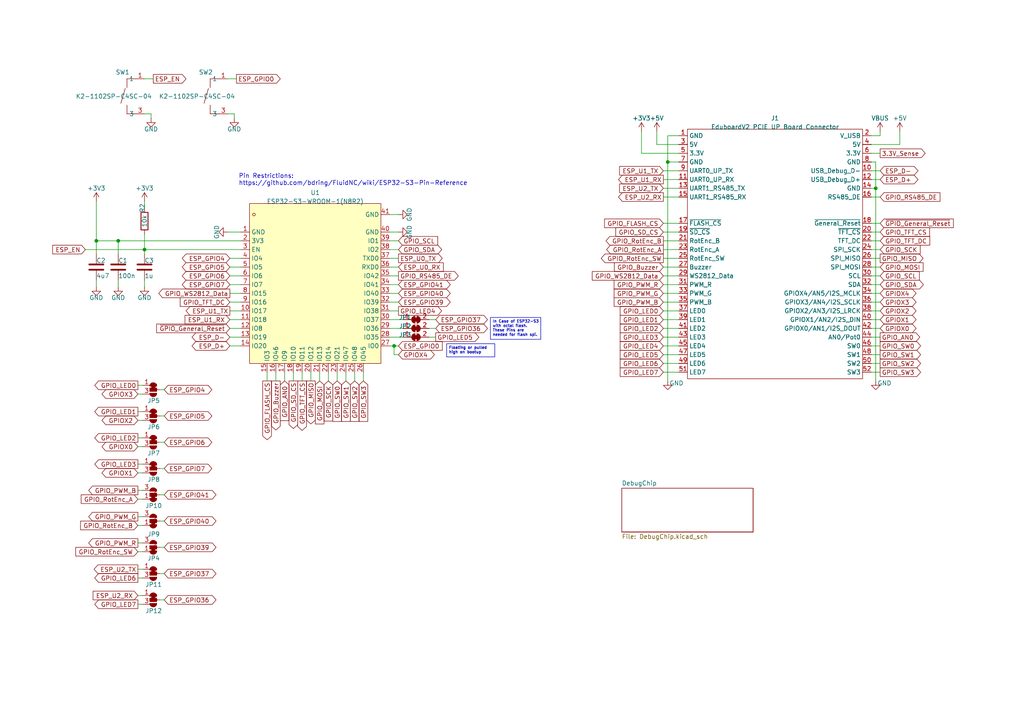
<source format=kicad_sch>
(kicad_sch (version 20230121) (generator eeschema)
  (paper "A4")
  (lib_symbols
    (symbol "Device:C" (pin_numbers hide) (pin_names (offset 0.254))
      (property "Reference" "C" (at 0.635 2.54 0))
      (property "Value" "C" (at 0.635 -2.54 0))
      (symbol "C_0_1"
        (polyline (pts (xy -2.032 -0.762) (xy 2.032 -0.762)) (stroke (width 0.508)))
        (polyline (pts (xy -2.032 0.762) (xy 2.032 0.762)) (stroke (width 0.508)))
      )
      (symbol "C_1_1"
        (pin passive line (at 0 3.81 270) (length 2.794) (name "~") (number "1"))
        (pin passive line (at 0 -3.81 90) (length 2.794) (name "~") (number "2"))
      )
    )
    (symbol "Device:R" (pin_numbers hide) (pin_names (offset 0))
      (property "Reference" "R" (at 2.032 0 90))
      (property "Value" "R" (at 0 0 90))
      (symbol "R_0_1"
        (rectangle (start -1.016 -2.54) (end 1.016 2.54) (stroke (width 0.254)))
      )
      (symbol "R_1_1"
        (pin passive line (at 0 3.81 270) (length 1.27) (name "~") (number "1"))
        (pin passive line (at 0 -3.81 90) (length 1.27) (name "~") (number "2"))
      )
    )
    (symbol "EduboardV2_Kicadlib:SolderJumper_Small_3_Bridged12" (pin_names (offset 0) hide)
      (property "Reference" "JP" (at 2.54 1.27 0))
      (symbol "SolderJumper_Small_3_Bridged12_0_1"
        (arc (start -1.016 -1.016) (mid 0 -2.0276) (end 1.016 -1.016))
        (arc (start -1.016 -1.016) (mid 0 -2.0276) (end 1.016 -1.016) (fill (type outline)))
        (polyline (pts (xy -1.016 -1.016) (xy 1.016 -1.016)))
        (polyline (pts (xy -1.016 1.016) (xy 1.016 1.016)))
        (polyline (pts (xy 1.27 0) (xy 1.016 0)))
        (rectangle (start 0.508 0.508) (end -0.508 1.016) (fill (type outline)))
        (rectangle (start 1.016 -0.508) (end -1.016 0.508) (fill (type outline)))
        (arc (start 1.016 1.016) (mid 0 2.0276) (end -1.016 1.016))
        (arc (start 1.016 1.016) (mid 0 2.0276) (end -1.016 1.016) (fill (type outline)))
      )
      (symbol "SolderJumper_Small_3_Bridged12_1_1"
        (pin passive line (at -3.175 1.27 0) (length 2.54) (name "A") (number "1"))
        (pin passive line (at 1.905 0 180) (length 2.54) (name "C") (number "2"))
        (pin passive line (at -3.175 -1.27 0) (length 2.54) (name "B") (number "3"))
      )
    )
    (symbol "EduboardV2_kicadlib:ESP32-S3-WROOM-1(N8R2)"
      (property "Reference" "U" (at -15.24 15.875 0))
      (property "Value" "ESP32-S3-WROOM-1(N8R2)" (at -1.905 13.335 0))
      (symbol "ESP32-S3-WROOM-1(N8R2)_0_1"
        (rectangle (start -20.32 18.415) (end 17.78 -27.94) (fill (type background)))
        (circle (center -19.05 15.24) (radius 0.38))
        (pin unspecified line (at -22.86 10.16 0) (length 2.54) (name "GND") (number "1"))
        (pin unspecified line (at -22.86 -12.7 0) (length 2.54) (name "IO17") (number "10"))
        (pin unspecified line (at -22.86 -15.24 0) (length 2.54) (name "IO18") (number "11"))
        (pin unspecified line (at -22.86 -17.78 0) (length 2.54) (name "IO8") (number "12"))
        (pin unspecified line (at -22.86 -20.32 0) (length 2.54) (name "IO19") (number "13"))
        (pin unspecified line (at -22.86 -22.86 0) (length 2.54) (name "IO20") (number "14"))
        (pin unspecified line (at -15.24 -30.48 90) (length 2.54) (name "IO3") (number "15"))
        (pin unspecified line (at -12.7 -30.48 90) (length 2.54) (name "IO46") (number "16"))
        (pin unspecified line (at -10.16 -30.48 90) (length 2.54) (name "IO9") (number "17"))
        (pin unspecified line (at -7.62 -30.48 90) (length 2.54) (name "IO10") (number "18"))
        (pin unspecified line (at -5.08 -30.48 90) (length 2.54) (name "IO11") (number "19"))
        (pin unspecified line (at -22.86 7.62 0) (length 2.54) (name "3V3") (number "2"))
        (pin unspecified line (at -2.54 -30.48 90) (length 2.54) (name "IO12") (number "20"))
        (pin unspecified line (at 0 -30.48 90) (length 2.54) (name "IO13") (number "21"))
        (pin unspecified line (at 2.54 -30.48 90) (length 2.54) (name "IO14") (number "22"))
        (pin unspecified line (at 5.08 -30.48 90) (length 2.54) (name "IO21") (number "23"))
        (pin unspecified line (at 7.62 -30.48 90) (length 2.54) (name "IO47") (number "24"))
        (pin unspecified line (at 10.16 -30.48 90) (length 2.54) (name "IO48") (number "25"))
        (pin unspecified line (at 12.7 -30.48 90) (length 2.54) (name "IO45") (number "26"))
        (pin unspecified line (at 20.32 -22.86 180) (length 2.54) (name "IO0") (number "27"))
        (pin unspecified line (at 20.32 -20.32 180) (length 2.54) (name "IO35") (number "28"))
        (pin unspecified line (at 20.32 -17.78 180) (length 2.54) (name "IO36") (number "29"))
        (pin unspecified line (at -22.86 5.08 0) (length 2.54) (name "EN") (number "3"))
        (pin unspecified line (at 20.32 -15.24 180) (length 2.54) (name "IO37") (number "30"))
        (pin unspecified line (at 20.32 -12.7 180) (length 2.54) (name "IO38") (number "31"))
        (pin unspecified line (at 20.32 -10.16 180) (length 2.54) (name "IO39") (number "32"))
        (pin unspecified line (at 20.32 -7.62 180) (length 2.54) (name "IO40") (number "33"))
        (pin unspecified line (at 20.32 -5.08 180) (length 2.54) (name "IO41") (number "34"))
        (pin unspecified line (at 20.32 -2.54 180) (length 2.54) (name "IO42") (number "35"))
        (pin unspecified line (at 20.32 0 180) (length 2.54) (name "RXD0") (number "36"))
        (pin unspecified line (at 20.32 2.54 180) (length 2.54) (name "TXD0") (number "37"))
        (pin unspecified line (at 20.32 5.08 180) (length 2.54) (name "IO2") (number "38"))
        (pin unspecified line (at 20.32 7.62 180) (length 2.54) (name "IO1") (number "39"))
        (pin unspecified line (at -22.86 2.54 0) (length 2.54) (name "IO4") (number "4"))
        (pin unspecified line (at 20.32 10.16 180) (length 2.54) (name "GND") (number "40"))
        (pin unspecified line (at 20.32 15.24 180) (length 2.54) (name "GND") (number "41"))
        (pin unspecified line (at -22.86 0 0) (length 2.54) (name "IO5") (number "5"))
        (pin unspecified line (at -22.86 -2.54 0) (length 2.54) (name "IO6") (number "6"))
        (pin unspecified line (at -22.86 -5.08 0) (length 2.54) (name "IO7") (number "7"))
        (pin unspecified line (at -22.86 -7.62 0) (length 2.54) (name "IO15") (number "8"))
        (pin unspecified line (at -22.86 -10.16 0) (length 2.54) (name "IO16") (number "9"))
      )
    )
    (symbol "EduboardV2_kicadlib:EduboardUPConnector_V1"
      (property "Reference" "J" (at -18.415 3.175 0))
      (property "Value" "EduboardV2 PCIE UP Board Connector" (at 12.7 3.175 0))
      (symbol "EduboardUPConnector_V1_0_1"
        (rectangle (start -19.05 1.905) (end 31.75 -70.485))
      )
      (symbol "EduboardUPConnector_V1_1_1"
        (pin power_in line (at -21.59 0 0) (length 2.54) (name "GND") (number "1"))
        (pin bidirectional line (at 34.29 -10.16 180) (length 2.54) (name "USB_Debug_D-") (number "10"))
        (pin input line (at -21.59 -12.7 0) (length 2.54) (name "UART0_UP_RX") (number "11"))
        (pin bidirectional line (at 34.29 -12.7 180) (length 2.54) (name "USB_Debug_D+") (number "12"))
        (pin output line (at -21.59 -15.24 0) (length 2.54) (name "UART1_RS485_TX") (number "13"))
        (pin power_in line (at 34.29 -15.24 180) (length 2.54) (name "GND") (number "14"))
        (pin input line (at -21.59 -17.78 0) (length 2.54) (name "UART1_RS485_RX") (number "15"))
        (pin output line (at 34.29 -17.78 180) (length 2.54) (name "RS485_DE") (number "16"))
        (pin output line (at -21.59 -25.4 0) (length 2.54) (name "~{FLASH_CS}") (number "17"))
        (pin output line (at 34.29 -25.4 180) (length 2.54) (name "~{General_Reset}") (number "18"))
        (pin output line (at -21.59 -27.94 0) (length 2.54) (name "~{SD_CS}") (number "19"))
        (pin power_in line (at 34.29 0 180) (length 2.54) (name "V_USB") (number "2"))
        (pin output line (at 34.29 -27.94 180) (length 2.54) (name "~{TFT_CS}") (number "20"))
        (pin input line (at -21.59 -30.48 0) (length 2.54) (name "RotEnc_B") (number "21"))
        (pin output line (at 34.29 -30.48 180) (length 2.54) (name "TFT_DC") (number "22"))
        (pin input line (at -21.59 -33.02 0) (length 2.54) (name "RotEnc_A") (number "23"))
        (pin output line (at 34.29 -33.02 180) (length 2.54) (name "SPI_SCK") (number "24"))
        (pin input line (at -21.59 -35.56 0) (length 2.54) (name "RotEnc_SW") (number "25"))
        (pin input line (at 34.29 -35.56 180) (length 2.54) (name "SPI_MISO") (number "26"))
        (pin output line (at -21.59 -38.1 0) (length 2.54) (name "Buzzer") (number "27"))
        (pin output line (at 34.29 -38.1 180) (length 2.54) (name "SPI_MOSI") (number "28"))
        (pin output line (at -21.59 -40.64 0) (length 2.54) (name "WS2812_Data") (number "29"))
        (pin power_in line (at -21.59 -2.54 0) (length 2.54) (name "5V") (number "3"))
        (pin output line (at 34.29 -40.64 180) (length 2.54) (name "SCL") (number "30"))
        (pin output line (at -21.59 -43.18 0) (length 2.54) (name "PWM_R") (number "31"))
        (pin bidirectional line (at 34.29 -43.18 180) (length 2.54) (name "SDA") (number "32"))
        (pin output line (at -21.59 -45.72 0) (length 2.54) (name "PWM_G") (number "33"))
        (pin bidirectional line (at 34.29 -45.72 180) (length 2.54) (name "GPIOX4/AN5/I2S_MCLK") (number "34"))
        (pin output line (at -21.59 -48.26 0) (length 2.54) (name "PWM_B") (number "35"))
        (pin bidirectional line (at 34.29 -48.26 180) (length 2.54) (name "GPIOX3/AN4/I2S_SCLK") (number "36"))
        (pin output line (at -21.59 -50.8 0) (length 2.54) (name "LED0") (number "37"))
        (pin bidirectional line (at 34.29 -50.8 180) (length 2.54) (name "GPIOX2/AN3/I2S_LRCK") (number "38"))
        (pin output line (at -21.59 -53.34 0) (length 2.54) (name "LED1") (number "39"))
        (pin power_in line (at 34.29 -2.54 180) (length 2.54) (name "5V") (number "4"))
        (pin bidirectional line (at 34.29 -53.34 180) (length 2.54) (name "GPIOX1/AN2/I2S_DIN") (number "40"))
        (pin output line (at -21.59 -55.88 0) (length 2.54) (name "LED2") (number "41"))
        (pin bidirectional line (at 34.29 -55.88 180) (length 2.54) (name "GPIOX0/AN1/I2S_DOUT") (number "42"))
        (pin output line (at -21.59 -58.42 0) (length 2.54) (name "LED3") (number "43"))
        (pin input line (at 34.29 -58.42 180) (length 2.54) (name "AN0/Pot0") (number "44"))
        (pin output line (at -21.59 -60.96 0) (length 2.54) (name "LED4") (number "45"))
        (pin input line (at 34.29 -60.96 180) (length 2.54) (name "SW0") (number "46"))
        (pin output line (at -21.59 -63.5 0) (length 2.54) (name "LED5") (number "47"))
        (pin input line (at 34.29 -63.5 180) (length 2.54) (name "SW1") (number "48"))
        (pin output line (at -21.59 -66.04 0) (length 2.54) (name "LED6") (number "49"))
        (pin power_in line (at -21.59 -5.08 0) (length 2.54) (name "3.3V") (number "5"))
        (pin input line (at 34.29 -66.04 180) (length 2.54) (name "SW2") (number "50"))
        (pin output line (at -21.59 -68.58 0) (length 2.54) (name "LED7") (number "51"))
        (pin input line (at 34.29 -68.58 180) (length 2.54) (name "SW3") (number "52"))
        (pin power_in line (at 34.29 -5.08 180) (length 2.54) (name "3.3V") (number "6"))
        (pin power_in line (at -21.59 -7.62 0) (length 2.54) (name "GND") (number "7"))
        (pin power_in line (at 34.29 -7.62 180) (length 2.54) (name "GND") (number "8"))
        (pin output line (at -21.59 -10.16 0) (length 2.54) (name "UART0_UP_TX") (number "9"))
      )
    )
    (symbol "EduboardV2_kicadlib:K2-1102SP-C4SC-04"
      (property "Reference" "SW?" (at 0 10.16 0))
      (property "Value" "K2-1102SP-C4SC-04" (at 0 -10.16 0))
      (symbol "K2-1102SP-C4SC-04_0_1"
        (polyline (pts (xy -5.08 -5.08) (xy -2.54 -5.08)))
        (polyline (pts (xy -5.08 5.08) (xy -2.54 5.08)))
        (polyline (pts (xy -2.54 -5.08) (xy -2.54 -2.54)))
        (polyline (pts (xy -2.54 5.08) (xy -2.54 2.54)))
        (polyline (pts (xy -2.032 2.286) (xy -0.762 -2.032)))
        (pin unspecified line (at -7.62 5.08 0) (length 2.54) (name "1") (number "1"))
        (pin unspecified line (at -7.62 5.08 0) (length 2.54) hide (name "2") (number "2"))
        (pin unspecified line (at -7.62 -5.08 0) (length 2.54) (name "3") (number "3"))
        (pin unspecified line (at -7.62 -5.08 0) (length 2.54) hide (name "4") (number "4"))
      )
    )
    (symbol "Jumper:SolderJumper_2_Bridged" (pin_names (offset 0) hide)
      (property "Reference" "JP" (at 0 2.032 0))
      (property "Value" "SolderJumper_2_Bridged" (at 0 -2.54 0))
      (symbol "SolderJumper_2_Bridged_0_1"
        (rectangle (start -0.508 0.508) (end 0.508 -0.508) (fill (type outline)))
        (arc (start -0.254 1.016) (mid -1.2656 0) (end -0.254 -1.016))
        (arc (start -0.254 1.016) (mid -1.2656 0) (end -0.254 -1.016) (fill (type outline)))
        (polyline (pts (xy -0.254 1.016) (xy -0.254 -1.016)))
        (polyline (pts (xy 0.254 1.016) (xy 0.254 -1.016)))
        (arc (start 0.254 -1.016) (mid 1.2656 0) (end 0.254 1.016))
        (arc (start 0.254 -1.016) (mid 1.2656 0) (end 0.254 1.016) (fill (type outline)))
      )
      (symbol "SolderJumper_2_Bridged_1_1"
        (pin passive line (at -3.81 0 0) (length 2.54) (name "A") (number "1"))
        (pin passive line (at 3.81 0 180) (length 2.54) (name "B") (number "2"))
      )
    )
    (symbol "power:+3V3" (power) (pin_names (offset 0))
      (property "Value" "+3V3" (at 0 3.556 0))
      (symbol "+3V3_0_1"
        (polyline (pts (xy -0.762 1.27) (xy 0 2.54)))
        (polyline (pts (xy 0 0) (xy 0 2.54)))
        (polyline (pts (xy 0 2.54) (xy 0.762 1.27)))
      )
      (symbol "+3V3_1_1"
        (pin power_in line (at 0 0 90) (length 0) hide (name "+3V3") (number "1"))
      )
    )
    (symbol "power:+5V" (power) (pin_names (offset 0))
      (property "Value" "+5V" (at 0 3.556 0))
      (symbol "+5V_0_1"
        (polyline (pts (xy -0.762 1.27) (xy 0 2.54)))
        (polyline (pts (xy 0 0) (xy 0 2.54)))
        (polyline (pts (xy 0 2.54) (xy 0.762 1.27)))
      )
      (symbol "+5V_1_1"
        (pin power_in line (at 0 0 90) (length 0) hide (name "+5V") (number "1"))
      )
    )
    (symbol "power:GND" (power) (pin_names (offset 0))
      (property "Value" "GND" (at 0 -3.81 0))
      (symbol "GND_0_1"
        (polyline (pts (xy 0 0) (xy 0 -1.27) (xy 1.27 -1.27) (xy 0 -2.54) (xy -1.27 -1.27) (xy 0 -1.27)))
      )
      (symbol "GND_1_1"
        (pin power_in line (at 0 0 270) (length 0) hide (name "GND") (number "1"))
      )
    )
    (symbol "power:VBUS" (power) (pin_names (offset 0))
      (property "Value" "VBUS" (at 0 3.81 0))
      (symbol "VBUS_0_1"
        (polyline (pts (xy -0.762 1.27) (xy 0 2.54)))
        (polyline (pts (xy 0 0) (xy 0 2.54)))
        (polyline (pts (xy 0 2.54) (xy 0.762 1.27)))
      )
      (symbol "VBUS_1_1"
        (pin power_in line (at 0 0 90) (length 0) hide (name "VBUS") (number "1"))
      )
    )
  )
  (junction (at 34.29 69.85))
  (junction (at 41.91 72.39))
  (junction (at 114.3 100.33))
  (junction (at 193.675 46.99))
  (junction (at 27.94 69.85))
  (junction (at 254 54.61))
  (wire (pts (xy 40.005 114.3) (xy 41.275 114.3)))
  (wire (pts (xy 252.73 107.95) (xy 255.27 107.95)))
  (wire (pts (xy 66.675 82.55) (xy 69.85 82.55)))
  (wire (pts (xy 252.73 95.25) (xy 255.27 95.25)))
  (wire (pts (xy 41.91 58.42) (xy 41.91 60.325)))
  (wire (pts (xy 66.04 67.31) (xy 69.85 67.31)))
  (wire (pts (xy 40.005 175.26) (xy 41.275 175.26)))
  (wire (pts (xy 41.275 152.4) (xy 40.005 152.4)))
  (wire (pts (xy 113.03 97.79) (xy 116.84 97.79)))
  (wire (pts (xy 41.91 22.86) (xy 44.45 22.86)))
  (wire (pts (xy 41.275 157.48) (xy 40.005 157.48)))
  (wire (pts (xy 113.03 85.09) (xy 115.57 85.09)))
  (wire (pts (xy 192.405 74.93) (xy 196.85 74.93)))
  (wire (pts (xy 192.405 82.55) (xy 196.85 82.55)))
  (wire (pts (xy 113.03 87.63) (xy 115.57 87.63)))
  (wire (pts (xy 192.405 85.09) (xy 196.85 85.09)))
  (wire (pts (xy 66.675 77.47) (xy 69.85 77.47)))
  (wire (pts (xy 34.29 73.66) (xy 34.29 69.85)))
  (wire (pts (xy 102.87 107.95) (xy 102.87 110.49)))
  (wire (pts (xy 66.04 22.86) (xy 68.58 22.86)))
  (wire (pts (xy 252.73 100.33) (xy 255.27 100.33)))
  (wire (pts (xy 113.03 92.71) (xy 116.84 92.71)))
  (wire (pts (xy 90.17 107.95) (xy 90.17 110.49)))
  (wire (pts (xy 41.275 149.86) (xy 40.005 149.86)))
  (wire (pts (xy 41.91 72.39) (xy 69.85 72.39)))
  (wire (pts (xy 77.47 107.95) (xy 77.47 110.49)))
  (wire (pts (xy 40.005 167.64) (xy 41.275 167.64)))
  (wire (pts (xy 186.055 44.45) (xy 196.85 44.45)))
  (wire (pts (xy 27.94 81.28) (xy 27.94 83.185)))
  (wire (pts (xy 124.46 95.25) (xy 126.365 95.25)))
  (wire (pts (xy 113.03 72.39) (xy 115.57 72.39)))
  (wire (pts (xy 252.73 102.87) (xy 255.27 102.87)))
  (wire (pts (xy 41.91 81.28) (xy 41.91 83.185)))
  (wire (pts (xy 24.765 72.39) (xy 41.91 72.39)))
  (wire (pts (xy 192.405 52.07) (xy 196.85 52.07)))
  (wire (pts (xy 252.73 80.01) (xy 255.27 80.01)))
  (wire (pts (xy 66.675 80.01) (xy 69.85 80.01)))
  (wire (pts (xy 113.03 82.55) (xy 115.57 82.55)))
  (wire (pts (xy 252.73 74.93) (xy 255.27 74.93)))
  (wire (pts (xy 66.675 87.63) (xy 69.85 87.63)))
  (wire (pts (xy 67.945 33.02) (xy 66.04 33.02)))
  (wire (pts (xy 47.625 143.51) (xy 46.355 143.51)))
  (wire (pts (xy 113.03 77.47) (xy 115.57 77.47)))
  (wire (pts (xy 192.405 90.17) (xy 196.85 90.17)))
  (wire (pts (xy 80.01 107.95) (xy 80.01 110.49)))
  (wire (pts (xy 92.71 107.95) (xy 92.71 110.49)))
  (wire (pts (xy 67.945 34.29) (xy 67.945 33.02)))
  (wire (pts (xy 100.33 107.95) (xy 100.33 110.49)))
  (wire (pts (xy 85.09 107.95) (xy 85.09 110.49)))
  (wire (pts (xy 114.3 100.33) (xy 115.57 100.33)))
  (wire (pts (xy 66.675 90.17) (xy 69.85 90.17)))
  (wire (pts (xy 252.73 64.77) (xy 255.27 64.77)))
  (wire (pts (xy 40.005 121.92) (xy 41.275 121.92)))
  (wire (pts (xy 192.405 77.47) (xy 196.85 77.47)))
  (wire (pts (xy 113.03 80.01) (xy 115.57 80.01)))
  (wire (pts (xy 192.405 49.53) (xy 196.85 49.53)))
  (wire (pts (xy 254 46.99) (xy 252.73 46.99)))
  (wire (pts (xy 40.005 127) (xy 41.275 127)))
  (wire (pts (xy 192.405 57.15) (xy 196.85 57.15)))
  (wire (pts (xy 252.73 67.31) (xy 255.27 67.31)))
  (wire (pts (xy 41.275 144.78) (xy 40.005 144.78)))
  (wire (pts (xy 40.005 137.16) (xy 41.275 137.16)))
  (wire (pts (xy 192.405 107.95) (xy 196.85 107.95)))
  (wire (pts (xy 254 110.49) (xy 254 54.61)))
  (wire (pts (xy 41.275 160.02) (xy 40.005 160.02)))
  (wire (pts (xy 40.005 134.62) (xy 41.275 134.62)))
  (wire (pts (xy 115.57 102.87) (xy 114.3 102.87)))
  (wire (pts (xy 192.405 87.63) (xy 196.85 87.63)))
  (wire (pts (xy 43.815 33.02) (xy 41.91 33.02)))
  (wire (pts (xy 193.675 46.99) (xy 196.85 46.99)))
  (wire (pts (xy 252.73 54.61) (xy 254 54.61)))
  (wire (pts (xy 40.005 111.76) (xy 41.275 111.76)))
  (wire (pts (xy 254 54.61) (xy 254 46.99)))
  (wire (pts (xy 27.94 58.42) (xy 27.94 69.85)))
  (wire (pts (xy 66.675 100.33) (xy 69.85 100.33)))
  (wire (pts (xy 193.675 39.37) (xy 193.675 46.99)))
  (wire (pts (xy 192.405 64.77) (xy 196.85 64.77)))
  (wire (pts (xy 255.27 38.1) (xy 255.27 39.37)))
  (wire (pts (xy 260.985 41.91) (xy 252.73 41.91)))
  (wire (pts (xy 252.73 49.53) (xy 255.27 49.53)))
  (wire (pts (xy 66.675 97.79) (xy 69.85 97.79)))
  (wire (pts (xy 252.73 52.07) (xy 255.27 52.07)))
  (wire (pts (xy 252.73 72.39) (xy 255.27 72.39)))
  (wire (pts (xy 34.29 69.85) (xy 69.85 69.85)))
  (wire (pts (xy 34.29 81.28) (xy 34.29 83.185)))
  (wire (pts (xy 113.03 100.33) (xy 114.3 100.33)))
  (wire (pts (xy 252.73 69.85) (xy 255.27 69.85)))
  (wire (pts (xy 97.79 107.95) (xy 97.79 110.49)))
  (wire (pts (xy 192.405 100.33) (xy 196.85 100.33)))
  (wire (pts (xy 252.73 97.79) (xy 255.27 97.79)))
  (wire (pts (xy 190.5 41.91) (xy 190.5 38.1)))
  (wire (pts (xy 46.355 128.27) (xy 47.625 128.27)))
  (wire (pts (xy 255.27 39.37) (xy 252.73 39.37)))
  (wire (pts (xy 192.405 105.41) (xy 196.85 105.41)))
  (wire (pts (xy 46.355 113.03) (xy 47.625 113.03)))
  (wire (pts (xy 82.55 107.95) (xy 82.55 110.49)))
  (wire (pts (xy 47.625 158.75) (xy 46.355 158.75)))
  (wire (pts (xy 66.675 95.25) (xy 69.85 95.25)))
  (wire (pts (xy 46.355 120.65) (xy 47.625 120.65)))
  (wire (pts (xy 260.985 38.1) (xy 260.985 41.91)))
  (wire (pts (xy 66.675 85.09) (xy 69.85 85.09)))
  (wire (pts (xy 40.005 129.54) (xy 41.275 129.54)))
  (wire (pts (xy 193.675 110.49) (xy 193.675 46.99)))
  (wire (pts (xy 192.405 67.31) (xy 196.85 67.31)))
  (wire (pts (xy 192.405 72.39) (xy 196.85 72.39)))
  (wire (pts (xy 252.73 44.45) (xy 255.27 44.45)))
  (wire (pts (xy 40.005 172.72) (xy 41.275 172.72)))
  (wire (pts (xy 27.94 73.66) (xy 27.94 69.85)))
  (wire (pts (xy 41.91 73.66) (xy 41.91 72.39)))
  (wire (pts (xy 43.815 34.29) (xy 43.815 33.02)))
  (wire (pts (xy 192.405 95.25) (xy 196.85 95.25)))
  (wire (pts (xy 105.41 107.95) (xy 105.41 110.49)))
  (wire (pts (xy 46.355 135.89) (xy 47.625 135.89)))
  (wire (pts (xy 46.355 173.99) (xy 47.625 173.99)))
  (wire (pts (xy 192.405 80.01) (xy 196.85 80.01)))
  (wire (pts (xy 252.73 85.09) (xy 255.27 85.09)))
  (wire (pts (xy 95.25 107.95) (xy 95.25 110.49)))
  (wire (pts (xy 113.03 67.31) (xy 115.57 67.31)))
  (wire (pts (xy 41.91 67.945) (xy 41.91 72.39)))
  (wire (pts (xy 47.625 151.13) (xy 46.355 151.13)))
  (wire (pts (xy 27.94 69.85) (xy 34.29 69.85)))
  (wire (pts (xy 40.005 119.38) (xy 41.275 119.38)))
  (wire (pts (xy 114.3 102.87) (xy 114.3 100.33)))
  (wire (pts (xy 192.405 54.61) (xy 196.85 54.61)))
  (wire (pts (xy 252.73 77.47) (xy 255.27 77.47)))
  (wire (pts (xy 252.73 105.41) (xy 255.27 105.41)))
  (wire (pts (xy 113.03 69.85) (xy 115.57 69.85)))
  (wire (pts (xy 124.46 97.79) (xy 126.365 97.79)))
  (wire (pts (xy 252.73 87.63) (xy 255.27 87.63)))
  (wire (pts (xy 196.85 39.37) (xy 193.675 39.37)))
  (wire (pts (xy 192.405 69.85) (xy 196.85 69.85)))
  (wire (pts (xy 252.73 92.71) (xy 255.27 92.71)))
  (wire (pts (xy 192.405 102.87) (xy 196.85 102.87)))
  (wire (pts (xy 192.405 97.79) (xy 196.85 97.79)))
  (wire (pts (xy 113.03 95.25) (xy 116.84 95.25)))
  (wire (pts (xy 252.73 57.15) (xy 255.27 57.15)))
  (wire (pts (xy 46.355 166.37) (xy 47.625 166.37)))
  (wire (pts (xy 192.405 92.71) (xy 196.85 92.71)))
  (wire (pts (xy 66.675 92.71) (xy 69.85 92.71)))
  (wire (pts (xy 113.03 90.17) (xy 115.57 90.17)))
  (wire (pts (xy 113.03 62.23) (xy 115.57 62.23)))
  (wire (pts (xy 41.275 142.24) (xy 40.005 142.24)))
  (wire (pts (xy 40.005 165.1) (xy 41.275 165.1)))
  (wire (pts (xy 124.46 92.71) (xy 126.365 92.71)))
  (wire (pts (xy 113.03 74.93) (xy 115.57 74.93)))
  (wire (pts (xy 186.055 38.1) (xy 186.055 44.45)))
  (wire (pts (xy 66.675 74.93) (xy 69.85 74.93)))
  (wire (pts (xy 196.85 41.91) (xy 190.5 41.91)))
  (wire (pts (xy 252.73 90.17) (xy 255.27 90.17)))
  (wire (pts (xy 87.63 107.95) (xy 87.63 110.49)))
  (wire (pts (xy 252.73 82.55) (xy 255.27 82.55)))
  (text_box "Floating or pulled high on bootup" (at 129.54 99.695 0) (size 13.97 3.81) (effects (font (size 0.8 0.8) (thickness 0.16) bold) (justify left top)))
  (text_box "In Case of ESP32-S3 with octal flash.\nThese Pins are needed for flash spi." (at 142.24 92.075 0) (size 14.605 6.35) (effects (font (size 0.8 0.8)) (justify left top)))
  (text "Pin Restrictions:\nhttps://github.com/bdring/FluidNC/wiki/ESP32-S3-Pin-Reference" (at 69.215 53.975 0) (effects (font (size 1.27 1.27)) (justify left bottom)))
  (global_label "ESP_D+" (shape bidirectional) (at 255.27 52.07 0) (property "Intersheetrefs" "${INTERSHEET_REFS}" (effects hide)))
  (global_label "ESP_EN" (shape output) (at 44.45 22.86 0) (property "Intersheetrefs" "${INTERSHEET_REFS}" (effects hide)))
  (global_label "ESP_GPIO36" (shape bidirectional) (at 126.365 95.25 0) (property "Intersheetrefs" "${INTERSHEET_REFS}" (effects hide)))
  (global_label "GPIO_MISO" (shape output) (at 90.17 110.49 270) (property "Intersheetrefs" "${INTERSHEET_REFS}" (effects hide)))
  (global_label "GPIO_LED2" (shape input) (at 192.405 95.25 180) (property "Intersheetrefs" "${INTERSHEET_REFS}" (effects hide)))
  (global_label "ESP_GPIO40" (shape bidirectional) (at 47.625 151.13 0) (property "Intersheetrefs" "${INTERSHEET_REFS}" (effects hide)))
  (global_label "GPIOX1" (shape bidirectional) (at 40.005 137.16 180) (property "Intersheetrefs" "${INTERSHEET_REFS}" (effects hide)))
  (global_label "GPIO_SCL" (shape input) (at 255.27 80.01 0) (property "Intersheetrefs" "${INTERSHEET_REFS}" (effects hide)))
  (global_label "GPIO_RotEnc_A" (shape input) (at 40.005 144.78 180) (property "Intersheetrefs" "${INTERSHEET_REFS}" (effects hide)))
  (global_label "GPIO_SW3" (shape input) (at 105.41 110.49 270) (property "Intersheetrefs" "${INTERSHEET_REFS}" (effects hide)))
  (global_label "GPIO_SW2" (shape input) (at 102.87 110.49 270) (property "Intersheetrefs" "${INTERSHEET_REFS}" (effects hide)))
  (global_label "ESP_D-" (shape bidirectional) (at 255.27 49.53 0) (property "Intersheetrefs" "${INTERSHEET_REFS}" (effects hide)))
  (global_label "GPIO_RS485_DE" (shape input) (at 255.27 57.15 0) (property "Intersheetrefs" "${INTERSHEET_REFS}" (effects hide)))
  (global_label "GPIO_WS2812_Data" (shape output) (at 66.675 85.09 180) (property "Intersheetrefs" "${INTERSHEET_REFS}" (effects hide)))
  (global_label "GPIO_FLASH_CS" (shape output) (at 77.47 110.49 270) (property "Intersheetrefs" "${INTERSHEET_REFS}" (effects hide)))
  (global_label "GPIOX0" (shape bidirectional) (at 40.005 129.54 180) (property "Intersheetrefs" "${INTERSHEET_REFS}" (effects hide)))
  (global_label "ESP_GPIO7" (shape bidirectional) (at 66.675 82.55 180) (property "Intersheetrefs" "${INTERSHEET_REFS}" (effects hide)))
  (global_label "ESP_GPIO4" (shape bidirectional) (at 66.675 74.93 180) (property "Intersheetrefs" "${INTERSHEET_REFS}" (effects hide)))
  (global_label "ESP_GPIO6" (shape bidirectional) (at 47.625 128.27 0) (property "Intersheetrefs" "${INTERSHEET_REFS}" (effects hide)))
  (global_label "GPIO_MOSI" (shape input) (at 92.71 110.49 270) (property "Intersheetrefs" "${INTERSHEET_REFS}" (effects hide)))
  (global_label "GPIOX3" (shape bidirectional) (at 40.005 114.3 180) (property "Intersheetrefs" "${INTERSHEET_REFS}" (effects hide)))
  (global_label "GPIO_RotEnc_B" (shape output) (at 192.405 69.85 180) (property "Intersheetrefs" "${INTERSHEET_REFS}" (effects hide)))
  (global_label "ESP_GPIO0" (shape input) (at 115.57 100.33 0) (property "Intersheetrefs" "${INTERSHEET_REFS}" (effects hide)))
  (global_label "GPIO_AN0" (shape output) (at 255.27 97.79 0) (property "Intersheetrefs" "${INTERSHEET_REFS}" (effects hide)))
  (global_label "GPIOX1" (shape bidirectional) (at 255.27 92.71 0) (property "Intersheetrefs" "${INTERSHEET_REFS}" (effects hide)))
  (global_label "GPIO_Buzzer" (shape output) (at 80.01 110.49 270) (property "Intersheetrefs" "${INTERSHEET_REFS}" (effects hide)))
  (global_label "GPIO_LED4" (shape input) (at 192.405 100.33 180) (property "Intersheetrefs" "${INTERSHEET_REFS}" (effects hide)))
  (global_label "GPIO_PWM_G" (shape output) (at 40.005 149.86 180) (property "Intersheetrefs" "${INTERSHEET_REFS}" (effects hide)))
  (global_label "ESP_GPIO7" (shape bidirectional) (at 47.625 135.89 0) (property "Intersheetrefs" "${INTERSHEET_REFS}" (effects hide)))
  (global_label "GPIO_LED6" (shape input) (at 192.405 105.41 180) (property "Intersheetrefs" "${INTERSHEET_REFS}" (effects hide)))
  (global_label "GPIO_Buzzer" (shape input) (at 192.405 77.47 180) (property "Intersheetrefs" "${INTERSHEET_REFS}" (effects hide)))
  (global_label "GPIO_LED1" (shape input) (at 192.405 92.71 180) (property "Intersheetrefs" "${INTERSHEET_REFS}" (effects hide)))
  (global_label "ESP_GPIO6" (shape bidirectional) (at 66.675 80.01 180) (property "Intersheetrefs" "${INTERSHEET_REFS}" (effects hide)))
  (global_label "ESP_U2_RX" (shape output) (at 192.405 57.15 180) (property "Intersheetrefs" "${INTERSHEET_REFS}" (effects hide)))
  (global_label "GPIO_PWM_B" (shape output) (at 40.005 142.24 180) (property "Intersheetrefs" "${INTERSHEET_REFS}" (effects hide)))
  (global_label "GPIO_PWM_R" (shape input) (at 192.405 82.55 180) (property "Intersheetrefs" "${INTERSHEET_REFS}" (effects hide)))
  (global_label "GPIO_SD_CS" (shape output) (at 85.09 110.49 270) (property "Intersheetrefs" "${INTERSHEET_REFS}" (effects hide)))
  (global_label "GPIO_SW3" (shape output) (at 255.27 107.95 0) (property "Intersheetrefs" "${INTERSHEET_REFS}" (effects hide)))
  (global_label "GPIO_LED5" (shape input) (at 192.405 102.87 180) (property "Intersheetrefs" "${INTERSHEET_REFS}" (effects hide)))
  (global_label "GPIO_LED2" (shape output) (at 40.005 127 180) (property "Intersheetrefs" "${INTERSHEET_REFS}" (effects hide)))
  (global_label "ESP_U1_RX" (shape output) (at 192.405 52.07 180) (property "Intersheetrefs" "${INTERSHEET_REFS}" (effects hide)))
  (global_label "ESP_GPIO4" (shape bidirectional) (at 47.625 113.03 0) (property "Intersheetrefs" "${INTERSHEET_REFS}" (effects hide)))
  (global_label "ESP_GPIO41" (shape bidirectional) (at 115.57 82.55 0) (property "Intersheetrefs" "${INTERSHEET_REFS}" (effects hide)))
  (global_label "ESP_GPIO0" (shape output) (at 68.58 22.86 0) (property "Intersheetrefs" "${INTERSHEET_REFS}" (effects hide)))
  (global_label "GPIO_TFT_CS" (shape output) (at 87.63 110.49 270) (property "Intersheetrefs" "${INTERSHEET_REFS}" (effects hide)))
  (global_label "GPIO_PWM_B" (shape input) (at 192.405 87.63 180) (property "Intersheetrefs" "${INTERSHEET_REFS}" (effects hide)))
  (global_label "3.3V_Sense" (shape output) (at 255.27 44.45 0) (property "Intersheetrefs" "${INTERSHEET_REFS}" (effects hide)))
  (global_label "GPIO_RS485_DE" (shape output) (at 115.57 80.01 0) (property "Intersheetrefs" "${INTERSHEET_REFS}" (effects hide)))
  (global_label "GPIOX4" (shape bidirectional) (at 115.57 102.87 0) (property "Intersheetrefs" "${INTERSHEET_REFS}" (effects hide)))
  (global_label "GPIO_LED0" (shape input) (at 192.405 90.17 180) (property "Intersheetrefs" "${INTERSHEET_REFS}" (effects hide)))
  (global_label "GPIO_RotEnc_B" (shape input) (at 40.005 152.4 180) (property "Intersheetrefs" "${INTERSHEET_REFS}" (effects hide)))
  (global_label "ESP_U2_TX" (shape input) (at 192.405 54.61 180) (property "Intersheetrefs" "${INTERSHEET_REFS}" (effects hide)))
  (global_label "GPIO_LED5" (shape output) (at 126.365 97.79 0) (property "Intersheetrefs" "${INTERSHEET_REFS}" (effects hide)))
  (global_label "~{GPIO_General_Reset}" (shape input) (at 255.27 64.77 0) (property "Intersheetrefs" "${INTERSHEET_REFS}" (effects hide)))
  (global_label "ESP_U1_TX" (shape input) (at 192.405 49.53 180) (property "Intersheetrefs" "${INTERSHEET_REFS}" (effects hide)))
  (global_label "GPIO_PWM_R" (shape output) (at 40.005 157.48 180) (property "Intersheetrefs" "${INTERSHEET_REFS}" (effects hide)))
  (global_label "ESP_GPIO37" (shape bidirectional) (at 47.625 166.37 0) (property "Intersheetrefs" "${INTERSHEET_REFS}" (effects hide)))
  (global_label "~{GPIO_General_Reset}" (shape input) (at 66.675 95.25 180) (property "Intersheetrefs" "${INTERSHEET_REFS}" (effects hide)))
  (global_label "GPIO_SW1" (shape output) (at 255.27 102.87 0) (property "Intersheetrefs" "${INTERSHEET_REFS}" (effects hide)))
  (global_label "GPIO_RotEnc_SW" (shape output) (at 192.405 74.93 180) (property "Intersheetrefs" "${INTERSHEET_REFS}" (effects hide)))
  (global_label "GPIO_SCK" (shape input) (at 255.27 72.39 0) (property "Intersheetrefs" "${INTERSHEET_REFS}" (effects hide)))
  (global_label "GPIO_LED4" (shape output) (at 115.57 90.17 0) (property "Intersheetrefs" "${INTERSHEET_REFS}" (effects hide)))
  (global_label "GPIO_LED3" (shape input) (at 192.405 97.79 180) (property "Intersheetrefs" "${INTERSHEET_REFS}" (effects hide)))
  (global_label "GPIO_LED7" (shape output) (at 40.005 175.26 180) (property "Intersheetrefs" "${INTERSHEET_REFS}" (effects hide)))
  (global_label "GPIO_FLASH_CS" (shape input) (at 192.405 64.77 180) (property "Intersheetrefs" "${INTERSHEET_REFS}" (effects hide)))
  (global_label "ESP_GPIO37" (shape bidirectional) (at 126.365 92.71 0) (property "Intersheetrefs" "${INTERSHEET_REFS}" (effects hide)))
  (global_label "ESP_GPIO36" (shape bidirectional) (at 47.625 173.99 0) (property "Intersheetrefs" "${INTERSHEET_REFS}" (effects hide)))
  (global_label "GPIOX2" (shape bidirectional) (at 40.005 121.92 180) (property "Intersheetrefs" "${INTERSHEET_REFS}" (effects hide)))
  (global_label "ESP_U2_RX" (shape input) (at 40.005 172.72 180) (property "Intersheetrefs" "${INTERSHEET_REFS}" (effects hide)))
  (global_label "GPIO_SCK" (shape input) (at 95.25 110.49 270) (property "Intersheetrefs" "${INTERSHEET_REFS}" (effects hide)))
  (global_label "GPIO_TFT_CS" (shape input) (at 255.27 67.31 0) (property "Intersheetrefs" "${INTERSHEET_REFS}" (effects hide)))
  (global_label "GPIOX3" (shape bidirectional) (at 255.27 87.63 0) (property "Intersheetrefs" "${INTERSHEET_REFS}" (effects hide)))
  (global_label "GPIO_SD_CS" (shape input) (at 192.405 67.31 180) (property "Intersheetrefs" "${INTERSHEET_REFS}" (effects hide)))
  (global_label "GPIOX2" (shape bidirectional) (at 255.27 90.17 0) (property "Intersheetrefs" "${INTERSHEET_REFS}" (effects hide)))
  (global_label "GPIOX4" (shape bidirectional) (at 255.27 85.09 0) (property "Intersheetrefs" "${INTERSHEET_REFS}" (effects hide)))
  (global_label "GPIO_SW0" (shape output) (at 255.27 100.33 0) (property "Intersheetrefs" "${INTERSHEET_REFS}" (effects hide)))
  (global_label "GPIO_TFT_DC" (shape input) (at 66.675 87.63 180) (property "Intersheetrefs" "${INTERSHEET_REFS}" (effects hide)))
  (global_label "GPIO_LED0" (shape output) (at 40.005 111.76 180) (property "Intersheetrefs" "${INTERSHEET_REFS}" (effects hide)))
  (global_label "GPIO_LED1" (shape output) (at 40.005 119.38 180) (property "Intersheetrefs" "${INTERSHEET_REFS}" (effects hide)))
  (global_label "ESP_D+" (shape bidirectional) (at 66.675 100.33 180) (property "Intersheetrefs" "${INTERSHEET_REFS}" (effects hide)))
  (global_label "ESP_GPIO39" (shape bidirectional) (at 47.625 158.75 0) (property "Intersheetrefs" "${INTERSHEET_REFS}" (effects hide)))
  (global_label "ESP_U1_RX" (shape input) (at 66.675 92.71 180) (property "Intersheetrefs" "${INTERSHEET_REFS}" (effects hide)))
  (global_label "ESP_GPIO40" (shape bidirectional) (at 115.57 85.09 0) (property "Intersheetrefs" "${INTERSHEET_REFS}" (effects hide)))
  (global_label "GPIO_WS2812_Data" (shape input) (at 192.405 80.01 180) (property "Intersheetrefs" "${INTERSHEET_REFS}" (effects hide)))
  (global_label "GPIO_TFT_DC" (shape input) (at 255.27 69.85 0) (property "Intersheetrefs" "${INTERSHEET_REFS}" (effects hide)))
  (global_label "ESP_U0_RX" (shape input) (at 115.57 77.47 0) (property "Intersheetrefs" "${INTERSHEET_REFS}" (effects hide)))
  (global_label "GPIO_SDA" (shape bidirectional) (at 255.27 82.55 0) (property "Intersheetrefs" "${INTERSHEET_REFS}" (effects hide)))
  (global_label "GPIO_SW2" (shape output) (at 255.27 105.41 0) (property "Intersheetrefs" "${INTERSHEET_REFS}" (effects hide)))
  (global_label "GPIO_LED6" (shape output) (at 40.005 167.64 180) (property "Intersheetrefs" "${INTERSHEET_REFS}" (effects hide)))
  (global_label "ESP_GPIO5" (shape bidirectional) (at 47.625 120.65 0) (property "Intersheetrefs" "${INTERSHEET_REFS}" (effects hide)))
  (global_label "ESP_GPIO41" (shape bidirectional) (at 47.625 143.51 0) (property "Intersheetrefs" "${INTERSHEET_REFS}" (effects hide)))
  (global_label "GPIO_MOSI" (shape input) (at 255.27 77.47 0) (property "Intersheetrefs" "${INTERSHEET_REFS}" (effects hide)))
  (global_label "GPIO_SDA" (shape bidirectional) (at 115.57 72.39 0) (property "Intersheetrefs" "${INTERSHEET_REFS}" (effects hide)))
  (global_label "ESP_U2_TX" (shape output) (at 40.005 165.1 180) (property "Intersheetrefs" "${INTERSHEET_REFS}" (effects hide)))
  (global_label "GPIO_RotEnc_SW" (shape input) (at 40.005 160.02 180) (property "Intersheetrefs" "${INTERSHEET_REFS}" (effects hide)))
  (global_label "GPIO_LED7" (shape input) (at 192.405 107.95 180) (property "Intersheetrefs" "${INTERSHEET_REFS}" (effects hide)))
  (global_label "GPIO_SCL" (shape input) (at 115.57 69.85 0) (property "Intersheetrefs" "${INTERSHEET_REFS}" (effects hide)))
  (global_label "ESP_EN" (shape input) (at 24.765 72.39 180) (property "Intersheetrefs" "${INTERSHEET_REFS}" (effects hide)))
  (global_label "GPIO_AN0" (shape input) (at 82.55 110.49 270) (property "Intersheetrefs" "${INTERSHEET_REFS}" (effects hide)))
  (global_label "GPIO_SW1" (shape input) (at 100.33 110.49 270) (property "Intersheetrefs" "${INTERSHEET_REFS}" (effects hide)))
  (global_label "ESP_GPIO39" (shape bidirectional) (at 115.57 87.63 0) (property "Intersheetrefs" "${INTERSHEET_REFS}" (effects hide)))
  (global_label "GPIO_PWM_G" (shape input) (at 192.405 85.09 180) (property "Intersheetrefs" "${INTERSHEET_REFS}" (effects hide)))
  (global_label "GPIO_LED3" (shape output) (at 40.005 134.62 180) (property "Intersheetrefs" "${INTERSHEET_REFS}" (effects hide)))
  (global_label "ESP_U0_TX" (shape output) (at 115.57 74.93 0) (property "Intersheetrefs" "${INTERSHEET_REFS}" (effects hide)))
  (global_label "GPIO_SW0" (shape input) (at 97.79 110.49 270) (property "Intersheetrefs" "${INTERSHEET_REFS}" (effects hide)))
  (global_label "ESP_GPIO5" (shape bidirectional) (at 66.675 77.47 180) (property "Intersheetrefs" "${INTERSHEET_REFS}" (effects hide)))
  (global_label "ESP_U1_TX" (shape output) (at 66.675 90.17 180) (property "Intersheetrefs" "${INTERSHEET_REFS}" (effects hide)))
  (global_label "GPIOX0" (shape bidirectional) (at 255.27 95.25 0) (property "Intersheetrefs" "${INTERSHEET_REFS}" (effects hide)))
  (global_label "GPIO_MISO" (shape output) (at 255.27 74.93 0) (property "Intersheetrefs" "${INTERSHEET_REFS}" (effects hide)))
  (global_label "ESP_D-" (shape bidirectional) (at 66.675 97.79 180) (property "Intersheetrefs" "${INTERSHEET_REFS}" (effects hide)))
  (global_label "GPIO_RotEnc_A" (shape output) (at 192.405 72.39 180) (property "Intersheetrefs" "${INTERSHEET_REFS}" (effects hide)))
  (symbol (lib_id "Jumper:SolderJumper_2_Bridged") (at 120.65 95.25 0) (unit 1)
    (property "Reference" "JP2" (at 117.475 94.615 0))
    (property "Value" "SolderJumper_2_Bridged" (effects hide))
  )
  (symbol (lib_id "power:GND") (at 254 110.49 0) (unit 1)
    (property "Reference" "#PWR046" (effects hide))
    (property "Value" "GND" (at 256.54 111.125 0))
  )
  (symbol (lib_id "power:GND") (at 115.57 67.31 90) (unit 1)
    (property "Reference" "#PWR06" (effects hide))
    (property "Value" "GND" (at 118.745 67.31 0))
  )
  (symbol (lib_id "EduboardV2_Kicadlib:SolderJumper_Small_3_Bridged12") (at 44.45 135.89 0) (unit 1)
    (property "Reference" "JP8" (at 44.577 139.065 0))
    (property "Value" "SolderJumper_3_Bridged12" (effects hide))
    (property "Footprint" "EduboardV2_kicadlib:SolderJumper_Small-3_bridged12" (effects hide))
  )
  (symbol (lib_id "power:GND") (at 115.57 62.23 90) (unit 1)
    (property "Reference" "#PWR05" (effects hide))
    (property "Value" "GND" (at 118.745 62.23 0))
  )
  (symbol (lib_id "power:+3V3") (at 27.94 58.42 0) (unit 1)
    (property "Reference" "#PWR01" (effects hide))
    (property "Value" "+3V3" (at 27.94 54.61 0))
  )
  (symbol (lib_id "EduboardV2_Kicadlib:SolderJumper_Small_3_Bridged12") (at 44.45 143.51 0) (mirror x) (unit 1)
    (property "Reference" "JP10" (at 44.577 146.685 0))
    (property "Value" "SolderJumper_3_Bridged12" (effects hide))
    (property "Footprint" "EduboardV2_kicadlib:SolderJumper_Small-3_bridged12" (effects hide))
  )
  (symbol (lib_id "EduboardV2_kicadlib:EduboardUPConnector_V1") (at 218.44 39.37 0) (unit 1) (in_bom no)
    (property "Reference" "J1" (at 224.79 34.29 0))
    (property "Value" "EduboardV2 PCIE UP Board Connector" (at 224.79 36.83 0))
    (property "Footprint" "EduboardV2_kicadlib:mini-PCIe_F1_Full" (effects hide))
  )
  (symbol (lib_id "EduboardV2_kicadlib:K2-1102SP-C4SC-04") (at 34.29 27.94 0) (mirror y) (unit 1)
    (property "Reference" "SW1" (at 35.56 20.955 0))
    (property "Value" "K2-1102SP-C4SC-04" (at 33.02 27.94 0))
    (property "Footprint" "EduboardV2_kicadlib:KEY-SMD_4P-L6.0-W6.0-P4.50-LS9.5-BL" (effects hide))
    (property "Datasheet" "https://lcsc.com/product-detail/Tactile-Switches_K2-1102SP-C4SW-04-SMD_C127509.html" (effects hide))
    (property "Manufacturer" "韩国韩荣" (effects hide))
    (property "LCSC Part" "C127509" (effects hide))
    (property "JLC Part" "Extended Part" (effects hide))
  )
  (symbol (lib_id "EduboardV2_kicadlib:K2-1102SP-C4SC-04") (at 58.42 27.94 0) (mirror y) (unit 1)
    (property "Reference" "SW2" (at 59.69 20.955 0))
    (property "Value" "K2-1102SP-C4SC-04" (at 57.15 27.94 0))
    (property "Footprint" "EduboardV2_kicadlib:KEY-SMD_4P-L6.0-W6.0-P4.50-LS9.5-BL" (effects hide))
    (property "Datasheet" "https://lcsc.com/product-detail/Tactile-Switches_K2-1102SP-C4SW-04-SMD_C127509.html" (effects hide))
    (property "Manufacturer" "韩国韩荣" (effects hide))
    (property "LCSC Part" "C127509" (effects hide))
    (property "JLC Part" "Extended Part" (effects hide))
  )
  (symbol (lib_id "Jumper:SolderJumper_2_Bridged") (at 120.65 92.71 0) (unit 1)
    (property "Reference" "JP1" (at 117.475 92.075 0))
    (property "Value" "SolderJumper_2_Bridged" (effects hide))
  )
  (symbol (lib_id "power:GND") (at 193.675 110.49 0) (unit 1)
    (property "Reference" "#PWR07" (effects hide))
    (property "Value" "GND" (at 196.215 111.125 0))
  )
  (symbol (lib_id "Device:C") (at 34.29 77.47 0) (unit 1)
    (property "Reference" "C1" (at 34.29 75.565 0) (effects (justify left)))
    (property "Value" "100n" (at 34.29 80.01 0) (effects (justify left)))
    (property "Footprint" "Capacitor_SMD:C_0603_1608Metric" (effects hide))
    (property "JLCPCB Part #" "C105907" (effects hide))
    (property "LCSC Part" "C105907" (effects hide))
  )
  (symbol (lib_id "EduboardV2_Kicadlib:SolderJumper_Small_3_Bridged12") (at 44.45 151.13 0) (mirror x) (unit 1)
    (property "Reference" "JP9" (at 44.577 154.94 0))
    (property "Value" "SolderJumper_3_Bridged12" (effects hide))
    (property "Footprint" "EduboardV2_kicadlib:SolderJumper_Small-3_bridged12" (effects hide))
  )
  (symbol (lib_id "Jumper:SolderJumper_2_Bridged") (at 120.65 97.79 0) (unit 1)
    (property "Reference" "JP3" (at 117.475 97.155 0))
    (property "Value" "SolderJumper_2_Bridged" (effects hide))
  )
  (symbol (lib_id "power:+5V") (at 190.5 38.1 0) (unit 1)
    (property "Reference" "#PWR051" (effects hide))
    (property "Value" "+5V" (at 190.5 34.29 0))
  )
  (symbol (lib_id "power:+3V3") (at 186.055 38.1 0) (unit 1)
    (property "Reference" "#PWR047" (effects hide))
    (property "Value" "+3V3" (at 186.055 34.29 0))
  )
  (symbol (lib_id "Device:R") (at 41.91 64.135 0) (unit 1)
    (property "Reference" "R2" (at 41.275 60.325 90))
    (property "Value" "10k" (at 41.91 64.135 90))
    (property "Footprint" "Resistor_SMD:R_0603_1608Metric" (effects hide))
  )
  (symbol (lib_id "EduboardV2_Kicadlib:SolderJumper_Small_3_Bridged12") (at 44.45 166.37 0) (unit 1)
    (property "Reference" "JP11" (at 44.577 169.545 0))
    (property "Value" "SolderJumper_3_Bridged12" (effects hide))
    (property "Footprint" "EduboardV2_kicadlib:SolderJumper_Small-3_bridged12" (effects hide))
  )
  (symbol (lib_id "Device:C") (at 41.91 77.47 0) (mirror x) (unit 1)
    (property "Reference" "C3" (at 41.91 75.565 0) (effects (justify left)))
    (property "Value" "1u" (at 41.91 80.01 0) (effects (justify left)))
    (property "Footprint" "Capacitor_SMD:C_0805_2012Metric" (effects hide))
  )
  (symbol (lib_id "power:GND") (at 43.815 34.29 0) (unit 1)
    (property "Reference" "#PWR029" (effects hide))
    (property "Value" "GND" (at 43.815 37.465 0))
  )
  (symbol (lib_id "power:+5V") (at 260.985 38.1 0) (unit 1)
    (property "Reference" "#PWR050" (effects hide))
    (property "Value" "+5V" (at 260.985 34.29 0))
  )
  (symbol (lib_id "power:GND") (at 34.29 83.185 0) (unit 1)
    (property "Reference" "#PWR03" (effects hide))
    (property "Value" "GND" (at 34.29 86.36 0))
  )
  (symbol (lib_id "EduboardV2_Kicadlib:SolderJumper_Small_3_Bridged12") (at 44.45 173.99 0) (unit 1)
    (property "Reference" "JP12" (at 44.577 177.165 0))
    (property "Value" "SolderJumper_3_Bridged12" (effects hide))
    (property "Footprint" "EduboardV2_kicadlib:SolderJumper_Small-3_bridged12" (effects hide))
  )
  (symbol (lib_id "power:GND") (at 66.04 67.31 270) (unit 1)
    (property "Reference" "#PWR04" (effects hide))
    (property "Value" "GND" (at 62.865 67.31 0))
  )
  (symbol (lib_id "EduboardV2_Kicadlib:SolderJumper_Small_3_Bridged12") (at 44.45 113.03 0) (unit 1)
    (property "Reference" "JP5" (at 44.577 116.205 0))
    (property "Value" "SolderJumper_3_Bridged12" (effects hide))
    (property "Footprint" "EduboardV2_kicadlib:SolderJumper_Small-3_bridged12" (effects hide))
  )
  (symbol (lib_id "power:VBUS") (at 255.27 38.1 0) (unit 1)
    (property "Reference" "#PWR049" (effects hide))
    (property "Value" "VBUS" (at 255.27 34.29 0))
  )
  (symbol (lib_id "power:GND") (at 67.945 34.29 0) (unit 1)
    (property "Reference" "#PWR030" (effects hide))
    (property "Value" "GND" (at 67.945 37.465 0))
  )
  (symbol (lib_id "EduboardV2_Kicadlib:SolderJumper_Small_3_Bridged12") (at 44.45 158.75 0) (mirror x) (unit 1)
    (property "Reference" "JP4" (at 44.577 161.925 0))
    (property "Value" "SolderJumper_3_Bridged12" (effects hide))
    (property "Footprint" "EduboardV2_kicadlib:SolderJumper_Small-3_bridged12" (effects hide))
  )
  (symbol (lib_id "Device:C") (at 27.94 77.47 0) (mirror x) (unit 1)
    (property "Reference" "C2" (at 27.94 75.565 0) (effects (justify left)))
    (property "Value" "4u7" (at 27.94 80.01 0) (effects (justify left)))
    (property "Footprint" "Capacitor_SMD:C_0805_2012Metric" (effects hide))
    (property "JLCPCB Part #" "C76642" (effects hide))
    (property "LCSC Part" "C76642" (effects hide))
  )
  (symbol (lib_id "EduboardV2_kicadlib:ESP32-S3-WROOM-1(N8R2)") (at 92.71 77.47 0) (unit 1)
    (property "Reference" "U1" (at 91.44 55.88 0))
    (property "Value" "ESP32-S3-WROOM-1(N8R2)" (at 91.44 58.42 0))
    (property "Footprint" "EduboardV2_kicadlib:WIRELM-SMD_ESP32-S3-WROOM-1" (effects hide))
    (property "Manufacturer" "ESPRESSIF(乐鑫)" (effects hide))
    (property "LCSC Part" "C2913204" (effects hide))
    (property "JLC Part" "Extended Part" (effects hide))
  )
  (symbol (lib_id "power:GND") (at 27.94 83.185 0) (unit 1)
    (property "Reference" "#PWR02" (effects hide))
    (property "Value" "GND" (at 27.94 86.36 0))
  )
  (symbol (lib_id "power:GND") (at 41.91 83.185 0) (unit 1)
    (property "Reference" "#PWR017" (effects hide))
    (property "Value" "GND" (at 41.91 86.36 0))
  )
  (symbol (lib_id "EduboardV2_Kicadlib:SolderJumper_Small_3_Bridged12") (at 44.45 128.27 0) (unit 1)
    (property "Reference" "JP7" (at 44.577 131.445 0))
    (property "Value" "SolderJumper_3_Bridged12" (effects hide))
    (property "Footprint" "EduboardV2_kicadlib:SolderJumper_Small-3_bridged12" (effects hide))
  )
  (symbol (lib_id "power:+3V3") (at 41.91 58.42 0) (unit 1)
    (property "Reference" "#PWR018" (effects hide))
    (property "Value" "+3V3" (at 41.91 54.61 0))
  )
  (symbol (lib_id "EduboardV2_Kicadlib:SolderJumper_Small_3_Bridged12") (at 44.45 120.65 0) (unit 1)
    (property "Reference" "JP6" (at 44.577 123.825 0))
    (property "Value" "SolderJumper_3_Bridged12" (effects hide))
    (property "Footprint" "EduboardV2_kicadlib:SolderJumper_Small-3_bridged12" (effects hide))
  )
  (sheet (at 180.34 141.605) (size 38.1 12.7) (stroke (width 0.1524))
    (property "Sheetname" "DebugChip" (at 180.34 140.8934 0) (effects (justify left bottom)))
    (property "Sheetfile" "DebugChip.kicad_sch" (at 180.34 154.8896 0) (effects (justify left top)))
  )
)
</source>
